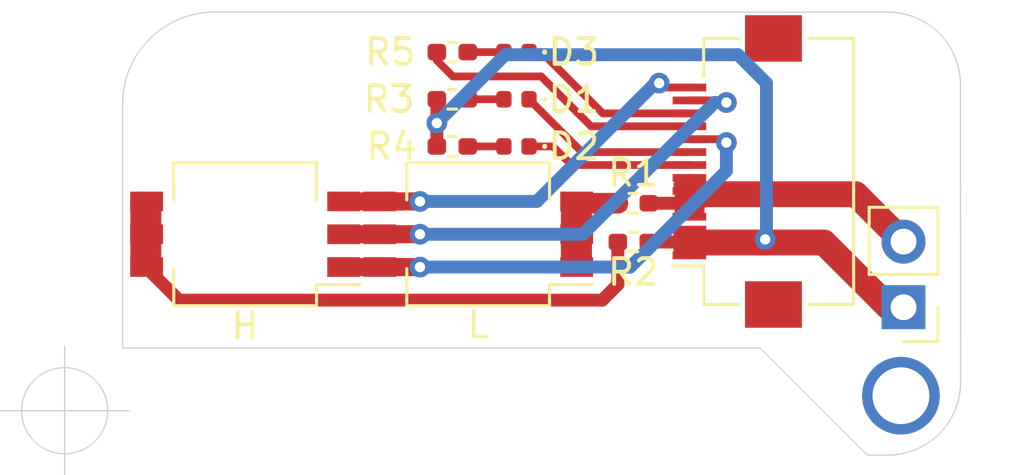
<source format=kicad_pcb>
(kicad_pcb (version 20211014) (generator pcbnew)
  (layers (0 "F.Cu" signal) (31 "B.Cu" signal) (34 "B.Paste" user) (35 "F.Paste" user) (36 "B.SilkS" user "B.Silkscreen") (37 "F.SilkS" user "F.Silkscreen") (38 "B.Mask" user) (39 "F.Mask" user) (44 "Edge.Cuts" user))
  (net 0 "")
  (net 1 "Net-(D1-Pad2)")
  (net 2 "Net-(D2-Pad2)")
  (net 3 "Net-(D3-Pad2)")
  (net 4 "GND")
  (net 5 "BAT+")
  (net 6 "Net-(R2-Pad2)")
  (net 7 "Net-(R1-Pad1)")
  (net 8 "BAT_ISET")
  (net 9 "REG_power")
  (net 10 "REG_EN2")
  (net 11 "REG_EN1")
  (net 12 "REG_CHG")
  (net 13 "BAT_PG")
  (net 14 "BAT_CHG")
  (footprint "Connector_FFC-FPC:Hirose_FH12-14S-0.5SH_1x14-1MP_P0.50mm_Horizontal" (layer "F.Cu") (at 180.08 115.96 90)
    (fp_text reference "J7" hide)
    (fp_text value "Conn_01x14")
    (fp_line (start 5.15 -1.3) (end 5.15 0.04) (layer "F.SilkS") (width 0.12))
    (fp_line (start 5.15 4.5) (end 5.15 2.76) (layer "F.SilkS") (width 0.12))
    (fp_line (start -5.15 2.76) (end -5.15 4.5) (layer "F.SilkS") (width 0.12))
    (fp_line (start 3.66 -1.3) (end 5.15 -1.3) (layer "F.SilkS") (width 0.12))
    (fp_line (start -3.66 -1.3) (end -3.66 -2.5) (layer "F.SilkS") (width 0.12))
    (fp_line (start -3.66 -1.3) (end -5.15 -1.3) (layer "F.SilkS") (width 0.12))
    (fp_line (start -5.15 -1.3) (end -5.15 0.04) (layer "F.SilkS") (width 0.12))
    (fp_line (start -5.15 4.5) (end 5.15 4.5) (layer "F.SilkS") (width 0.12))
    (pad "" smd rect (at 5.15 1.4 90) (size 1.8 2.2) (layers "F.Cu" "F.Paste" "F.Mask"))
    (pad "" smd rect (at -5.15 1.4 90) (size 1.8 2.2) (layers "F.Cu" "F.Paste" "F.Mask"))
    (pad "1" smd rect (at -3.25 -1.85 90) (size 0.3 1.3) (layers "F.Cu" "F.Paste" "F.Mask") (net 5 "BAT+"))
    (pad "2" smd rect (at -2.75 -1.85 90) (size 0.3 1.3) (layers "F.Cu" "F.Paste" "F.Mask") (net 5 "BAT+"))
    (pad "3" smd rect (at -2.25 -1.85 90) (size 0.3 1.3) (layers "F.Cu" "F.Paste" "F.Mask") (net 5 "BAT+"))
    (pad "4" smd rect (at -1.75 -1.85 90) (size 0.3 1.3) (layers "F.Cu" "F.Paste" "F.Mask") (net 4 "GND"))
    (pad "5" smd rect (at -1.25 -1.85 90) (size 0.3 1.3) (layers "F.Cu" "F.Paste" "F.Mask") (net 4 "GND"))
    (pad "6" smd rect (at -0.75 -1.85 90) (size 0.3 1.3) (layers "F.Cu" "F.Paste" "F.Mask") (net 4 "GND"))
    (pad "7" smd rect (at -0.25 -1.85 90) (size 0.3 1.3) (layers "F.Cu" "F.Paste" "F.Mask") (net 4 "GND"))
    (pad "8" smd rect (at 0.25 -1.85 90) (size 0.3 1.3) (layers "F.Cu" "F.Paste" "F.Mask") (net 14 "BAT_CHG"))
    (pad "9" smd rect (at 0.75 -1.85 90) (size 0.3 1.3) (layers "F.Cu" "F.Paste" "F.Mask") (net 13 "BAT_PG"))
    (pad "10" smd rect (at 1.25 -1.85 90) (size 0.3 1.3) (layers "F.Cu" "F.Paste" "F.Mask") (net 8 "BAT_ISET"))
    (pad "11" smd rect (at 1.75 -1.85 90) (size 0.3 1.3) (layers "F.Cu" "F.Paste" "F.Mask") (net 9 "REG_power"))
    (pad "12" smd rect (at 2.25 -1.85 90) (size 0.3 1.3) (layers "F.Cu" "F.Paste" "F.Mask") (net 12 "REG_CHG"))
    (pad "13" smd rect (at 2.75 -1.85 90) (size 0.3 1.3) (layers "F.Cu" "F.Paste" "F.Mask") (net 11 "REG_EN1"))
    (pad "14" smd rect (at 3.25 -1.85 90) (size 0.3 1.3) (layers "F.Cu" "F.Paste" "F.Mask") (net 10 "REG_EN2"))
  )
  (footprint "Button_Switch_SMD:SW_DIP_SPSTx03_Slide_KingTek_DSHP03TS_W7.62mm_P1.27mm" (layer "F.Cu") (at 161.05 118.39 180)
    (fp_text reference "H" (at 0 -3.55) (layer "F.SilkS"))
    (fp_text value "SW_DIP_x03")
    (fp_line (start 2.76 1.33) (end 2.76 2.765) (layer "F.SilkS") (width 0.12))
    (fp_line (start -2.76 1.33) (end -2.76 2.765) (layer "F.SilkS") (width 0.12))
    (fp_line (start -2.76 -2.766) (end 2.76 -2.766) (layer "F.SilkS") (width 0.12))
    (fp_line (start 2.76 -2.766) (end 2.76 -1.331) (layer "F.SilkS") (width 0.12))
    (fp_line (start -2.76 -2.766) (end -2.76 -1.95) (layer "F.SilkS") (width 0.12))
    (fp_line (start -4.446 -1.95) (end -2.76 -1.95) (layer "F.SilkS") (width 0.12))
    (fp_line (start -2.76 2.765) (end 2.76 2.765) (layer "F.SilkS") (width 0.12))
    (pad "1" smd rect locked (at -3.81 -1.27 180) (size 1.27 0.76) (layers "F.Cu" "F.Paste" "F.Mask") (net 8 "BAT_ISET"))
    (pad "2" smd rect locked (at -3.81 0 180) (size 1.27 0.76) (layers "F.Cu" "F.Paste" "F.Mask") (net 11 "REG_EN1"))
    (pad "3" smd rect locked (at -3.81 1.27 180) (size 1.27 0.76) (layers "F.Cu" "F.Paste" "F.Mask") (net 10 "REG_EN2"))
    (pad "4" smd rect locked (at 3.81 1.27 180) (size 1.27 0.76) (layers "F.Cu" "F.Paste" "F.Mask") (net 6 "Net-(R2-Pad2)"))
    (pad "5" smd rect locked (at 3.81 0 180) (size 1.27 0.76) (layers "F.Cu" "F.Paste" "F.Mask") (net 6 "Net-(R2-Pad2)"))
    (pad "6" smd rect locked (at 3.81 -1.27 180) (size 1.27 0.76) (layers "F.Cu" "F.Paste" "F.Mask") (net 6 "Net-(R2-Pad2)"))
  )
  (footprint "Resistor_SMD:R_0402_1005Metric_Pad0.72x0.64mm_HandSolder" (layer "F.Cu") (at 169.06 114.99 180)
    (fp_text reference "R4" (at 2.35 0) (layer "F.SilkS"))
    (fp_text value "R")
    (fp_line (start -0.167621 0.38) (end 0.167621 0.38) (layer "F.SilkS") (width 0.12))
    (fp_line (start -0.167621 -0.38) (end 0.167621 -0.38) (layer "F.SilkS") (width 0.12))
    (pad "1" smd roundrect locked (at -0.5975 0 180) (size 0.715 0.64) (layers "F.Cu" "F.Paste" "F.Mask") (net 2 "Net-(D2-Pad2)"))
    (pad "2" smd roundrect locked (at 0.5975 0 180) (size 0.715 0.64) (layers "F.Cu" "F.Paste" "F.Mask") (net 5 "BAT+"))
  )
  (footprint "Resistor_SMD:R_0402_1005Metric_Pad0.72x0.64mm_HandSolder" (layer "F.Cu") (at 169.06 113.165 180)
    (fp_text reference "R3" (at 2.45 0) (layer "F.SilkS"))
    (fp_text value "R")
    (fp_line (start -0.167621 0.38) (end 0.167621 0.38) (layer "F.SilkS") (width 0.12))
    (fp_line (start -0.167621 -0.38) (end 0.167621 -0.38) (layer "F.SilkS") (width 0.12))
    (pad "1" smd roundrect locked (at -0.5975 0 180) (size 0.715 0.64) (layers "F.Cu" "F.Paste" "F.Mask") (net 1 "Net-(D1-Pad2)"))
    (pad "2" smd roundrect locked (at 0.5975 0 180) (size 0.715 0.64) (layers "F.Cu" "F.Paste" "F.Mask") (net 5 "BAT+"))
  )
  (footprint "LED_SMD:LED_0402_1005Metric" (layer "F.Cu") (at 171.5425 114.99 180)
    (fp_text reference "D2" (at -2.2175 0) (layer "F.SilkS"))
    (fp_text value "LED")
    (fp_circle (center -1.09 0) (end -1.04 0) (layer "F.SilkS") (width 0.1) (fill none))
    (pad "1" smd roundrect locked (at -0.485 0 180) (size 0.59 0.64) (layers "F.Cu" "F.Paste" "F.Mask") (net 14 "BAT_CHG"))
    (pad "2" smd roundrect locked (at 0.485 0 180) (size 0.59 0.64) (layers "F.Cu" "F.Paste" "F.Mask") (net 2 "Net-(D2-Pad2)"))
  )
  (footprint "Resistor_SMD:R_0402_1005Metric_Pad0.72x0.64mm_HandSolder" (layer "F.Cu") (at 176.06 118.69 180)
    (fp_text reference "R2" (at 0 -1.17) (layer "F.SilkS"))
    (fp_text value "1K")
    (fp_line (start -0.167621 0.38) (end 0.167621 0.38) (layer "F.SilkS") (width 0.12))
    (fp_line (start -0.167621 -0.38) (end 0.167621 -0.38) (layer "F.SilkS") (width 0.12))
    (pad "1" smd roundrect locked (at -0.5975 0 180) (size 0.715 0.64) (layers "F.Cu" "F.Paste" "F.Mask") (net 5 "BAT+"))
    (pad "2" smd roundrect locked (at 0.5975 0 180) (size 0.715 0.64) (layers "F.Cu" "F.Paste" "F.Mask") (net 6 "Net-(R2-Pad2)"))
  )
  (footprint "Connector_PinHeader_2.54mm:PinHeader_1x02_P2.54mm_Vertical" (layer "F.Cu") (at 186.51 121.215 180)
    (fp_text reference "J1" (at 0 -3.425) (layer "F.SilkS"))
    (fp_text value "Conn_01x02")
    (fp_line (start -1.33 3.87) (end 1.33 3.87) (layer "F.SilkS") (width 0.12))
    (fp_line (start -1.33 0) (end -1.33 -1.33) (layer "F.SilkS") (width 0.12))
    (fp_line (start -1.33 1.27) (end -1.33 3.87) (layer "F.SilkS") (width 0.12))
    (fp_line (start -1.33 1.27) (end 1.33 1.27) (layer "F.SilkS") (width 0.12))
    (fp_line (start 1.33 1.27) (end 1.33 3.87) (layer "F.SilkS") (width 0.12))
    (fp_line (start -1.33 -1.33) (end 0 -1.33) (layer "F.SilkS") (width 0.12))
    (pad "1" thru_hole rect locked (at 0 0 180) (size 1.7 1.7) (drill 1) (layers *.Cu *.Mask) (net 5 "BAT+"))
    (pad "2" thru_hole oval locked (at 0 2.54 180) (size 1.7 1.7) (drill 1) (layers *.Cu *.Mask) (net 4 "GND"))
  )
  (footprint "Button_Switch_SMD:SW_DIP_SPSTx03_Slide_KingTek_DSHP03TS_W7.62mm_P1.27mm" (layer "F.Cu") (at 170.06 118.39 180)
    (fp_text reference "L" (at 0 -3.5) (layer "F.SilkS"))
    (fp_text value "SW_DIP_x03")
    (fp_line (start -2.76 -2.766) (end 2.76 -2.766) (layer "F.SilkS") (width 0.12))
    (fp_line (start 2.76 1.33) (end 2.76 2.765) (layer "F.SilkS") (width 0.12))
    (fp_line (start -2.76 2.765) (end 2.76 2.765) (layer "F.SilkS") (width 0.12))
    (fp_line (start -2.76 1.33) (end -2.76 2.765) (layer "F.SilkS") (width 0.12))
    (fp_line (start -4.446 -1.95) (end -2.76 -1.95) (layer "F.SilkS") (width 0.12))
    (fp_line (start 2.76 -2.766) (end 2.76 -1.331) (layer "F.SilkS") (width 0.12))
    (fp_line (start -2.76 -2.766) (end -2.76 -1.95) (layer "F.SilkS") (width 0.12))
    (pad "1" smd rect locked (at -3.81 -1.27 180) (size 1.27 0.76) (layers "F.Cu" "F.Paste" "F.Mask") (net 7 "Net-(R1-Pad1)"))
    (pad "2" smd rect locked (at -3.81 0 180) (size 1.27 0.76) (layers "F.Cu" "F.Paste" "F.Mask") (net 7 "Net-(R1-Pad1)"))
    (pad "3" smd rect locked (at -3.81 1.27 180) (size 1.27 0.76) (layers "F.Cu" "F.Paste" "F.Mask") (net 7 "Net-(R1-Pad1)"))
    (pad "4" smd rect locked (at 3.81 1.27 180) (size 1.27 0.76) (layers "F.Cu" "F.Paste" "F.Mask") (net 10 "REG_EN2"))
    (pad "5" smd rect locked (at 3.81 0 180) (size 1.27 0.76) (layers "F.Cu" "F.Paste" "F.Mask") (net 11 "REG_EN1"))
    (pad "6" smd rect locked (at 3.81 -1.27 180) (size 1.27 0.76) (layers "F.Cu" "F.Paste" "F.Mask") (net 8 "BAT_ISET"))
  )
  (footprint "LED_SMD:LED_0402_1005Metric" (layer "F.Cu") (at 171.5425 111.34 180)
    (fp_text reference "D3" (at -2.2175 0) (layer "F.SilkS"))
    (fp_text value "LED")
    (fp_circle (center -1.09 0) (end -1.04 0) (layer "F.SilkS") (width 0.1) (fill none))
    (pad "1" smd roundrect locked (at -0.485 0 180) (size 0.59 0.64) (layers "F.Cu" "F.Paste" "F.Mask") (net 12 "REG_CHG"))
    (pad "2" smd roundrect locked (at 0.485 0 180) (size 0.59 0.64) (layers "F.Cu" "F.Paste" "F.Mask") (net 3 "Net-(D3-Pad2)"))
  )
  (footprint "Resistor_SMD:R_0402_1005Metric_Pad0.72x0.64mm_HandSolder" (layer "F.Cu") (at 176.06 117.19)
    (fp_text reference "R1" (at 0 -1.17) (layer "F.SilkS"))
    (fp_text value "1K")
    (fp_line (start -0.167621 -0.38) (end 0.167621 -0.38) (layer "F.SilkS") (width 0.12))
    (fp_line (start -0.167621 0.38) (end 0.167621 0.38) (layer "F.SilkS") (width 0.12))
    (pad "1" smd roundrect locked (at -0.5975 0) (size 0.715 0.64) (layers "F.Cu" "F.Paste" "F.Mask") (net 7 "Net-(R1-Pad1)"))
    (pad "2" smd roundrect locked (at 0.5975 0) (size 0.715 0.64) (layers "F.Cu" "F.Paste" "F.Mask") (net 4 "GND"))
  )
  (footprint "Resistor_SMD:R_0402_1005Metric_Pad0.72x0.64mm_HandSolder" (layer "F.Cu") (at 169.06 111.34 180)
    (fp_text reference "R5" (at 2.4 0) (layer "F.SilkS"))
    (fp_text value "R")
    (fp_line (start -0.167621 0.38) (end 0.167621 0.38) (layer "F.SilkS") (width 0.12))
    (fp_line (start -0.167621 -0.38) (end 0.167621 -0.38) (layer "F.SilkS") (width 0.12))
    (pad "1" smd roundrect locked (at -0.5975 0 180) (size 0.715 0.64) (layers "F.Cu" "F.Paste" "F.Mask") (net 3 "Net-(D3-Pad2)"))
    (pad "2" smd roundrect locked (at 0.5975 0 180) (size 0.715 0.64) (layers "F.Cu" "F.Paste" "F.Mask") (net 9 "REG_power"))
  )
  (footprint "LED_SMD:LED_0402_1005Metric" (layer "F.Cu") (at 171.5425 113.165 180)
    (fp_text reference "D1" (at -2.2175 0) (layer "F.SilkS"))
    (fp_text value "LED")
    (fp_circle (center -1.09 0) (end -1.04 0) (layer "F.SilkS") (width 0.1) (fill none))
    (pad "1" smd roundrect locked (at -0.485 0 180) (size 0.59 0.64) (layers "F.Cu" "F.Paste" "F.Mask") (net 13 "BAT_PG"))
    (pad "2" smd roundrect locked (at 0.485 0 180) (size 0.59 0.64) (layers "F.Cu" "F.Paste" "F.Mask") (net 1 "Net-(D1-Pad2)"))
  )
  (gr_line (start 188.71 112.570214) (end 188.715327 124.14) (layer "Edge.Cuts") (width 0.05))
  (gr_arc (start 156.31 113.34) (mid 157.38808 110.79704) (end 159.96 109.79) (layer "Edge.Cuts") (width 0.05))
  (gr_arc (start 188.715327 124.14) (mid 187.887752 126.116183) (end 185.91 126.94) (layer "Edge.Cuts") (width 0.05))
  (gr_line (start 159.96 109.79) (end 185.879786 109.79) (layer "Edge.Cuts") (width 0.05))
  (gr_line (start 185.91 126.94) (end 185.11 126.94) (layer "Edge.Cuts") (width 0.05))
  (gr_arc (start 185.879786 109.79) (mid 187.869341 110.595328) (end 188.71 112.570214) (layer "Edge.Cuts") (width 0.05))
  (gr_line (start 156.31 122.79) (end 180.96 122.79) (layer "Edge.Cuts") (width 0.05))
  (gr_line (start 156.31 122.79) (end 156.31 113.34) (layer "Edge.Cuts") (width 0.05))
  (gr_line (start 180.96 122.79) (end 185.11 126.94) (layer "Edge.Cuts") (width 0.05))
  (target plus (at 154.07 125.22) (size 5) (width 0.05) (layer "Edge.Cuts"))
  (via (at 186.41 124.64) (size 3) (drill 2.2) (layers "F.Cu" "B.Cu") (net 0))
  (segment (start 169.6575 113.165) (end 171.0575 113.165) (width 0.3) (layer "F.Cu") (net 1))
  (segment (start 171.0575 114.99) (end 169.6575 114.99) (width 0.3) (layer "F.Cu") (net 2))
  (segment (start 171.0575 111.34) (end 169.6575 111.34) (width 0.3) (layer "F.Cu") (net 3))
  (segment (start 178.23 116.71) (end 178.23 117.71) (width 0.3) (layer "F.Cu") (net 4))
  (segment (start 178.41 116.84) (end 178.41 117.71) (width 0.3) (layer "F.Cu") (net 4))
  (segment (start 178.23 116.21) (end 178.23 116.71) (width 0.3) (layer "F.Cu") (net 4))
  (segment (start 178.21 117.19) (end 178.23 117.21) (width 0.5) (layer "F.Cu") (net 4))
  (segment (start 178.66 116.71) (end 178.66 117.71) (width 0.3) (layer "F.Cu") (net 4))
  (segment (start 178.41 116.84) (end 184.66 116.84) (width 1) (layer "F.Cu") (net 4))
  (segment (start 177.76 116.46) (end 178.26 116.46) (width 0.3) (layer "F.Cu") (net 4))
  (segment (start 184.66 116.84) (end 186.51 118.69) (width 1) (layer "F.Cu") (net 4))
  (segment (start 178.26 116.46) (end 178.76 116.46) (width 0.3) (layer "F.Cu") (net 4))
  (segment (start 178.41 116.71) (end 178.41 116.84) (width 0.3) (layer "F.Cu") (net 4))
  (segment (start 178.06 116.71) (end 178.06 117.71) (width 0.3) (layer "F.Cu") (net 4))
  (segment (start 177.81 116.71) (end 177.81 117.71) (width 0.3) (layer "F.Cu") (net 4))
  (segment (start 176.6575 117.19) (end 178.21 117.19) (width 0.5) (layer "F.Cu") (net 4))
  (segment (start 178.23 118.505) (end 178.23 119.215) (width 0.3) (layer "F.Cu") (net 5))
  (segment (start 176.6575 118.69) (end 178.21 118.69) (width 0.5) (layer "F.Cu") (net 5))
  (segment (start 178.46 118.335) (end 178.46 119.045) (width 0.3) (layer "F.Cu") (net 5))
  (segment (start 178.23 118.71) (end 183.43 118.71) (width 1) (layer "F.Cu") (net 5))
  (segment (start 183.43 118.71) (end 185.91 121.19) (width 1) (layer "F.Cu") (net 5))
  (segment (start 181.04 118.71) (end 181.16 118.59) (width 0.5) (layer "F.Cu") (net 5))
  (segment (start 178.23 118.21) (end 178.23 118.92) (width 0.3) (layer "F.Cu") (net 5))
  (segment (start 178.71 118.335) (end 178.71 119.045) (width 0.3) (layer "F.Cu") (net 5))
  (segment (start 178.01 118.355) (end 178.01 119.065) (width 0.3) (layer "F.Cu") (net 5))
  (segment (start 177.76 118.355) (end 177.76 119.065) (width 0.3) (layer "F.Cu") (net 5))
  (segment (start 185.91 121.19) (end 186.56 121.19) (width 1) (layer "F.Cu") (net 5))
  (segment (start 178.23 118.71) (end 181.04 118.71) (width 0.5) (layer "F.Cu") (net 5))
  (segment (start 168.4625 113.165) (end 168.4625 114.0875) (width 0.5) (layer "F.Cu") (net 5))
  (segment (start 178.21 118.69) (end 178.23 118.71) (width 0.5) (layer "F.Cu") (net 5))
  (segment (start 168.4625 114.0875) (end 168.4625 114.99) (width 0.5) (layer "F.Cu") (net 5))
  (segment (start 178.23 118.92) (end 178.23 119.21) (width 0.3) (layer "F.Cu") (net 5))
  (via (at 181.16 118.59) (size 0.8) (drill 0.4) (layers "F.Cu" "B.Cu") (net 5))
  (via (at 168.4625 114.0875) (size 0.8) (drill 0.4) (layers "F.Cu" "B.Cu") (net 5))
  (segment (start 181.21 112.54) (end 181.21 118.54) (width 0.5) (layer "B.Cu") (net 5))
  (segment (start 168.46 114.09) (end 171.11 111.44) (width 0.5) (layer "B.Cu") (net 5))
  (segment (start 181.21 118.54) (end 181.16 118.59) (width 0.5) (layer "B.Cu") (net 5))
  (segment (start 171.11 111.44) (end 180.11 111.44) (width 0.5) (layer "B.Cu") (net 5))
  (segment (start 180.11 111.44) (end 181.21 112.54) (width 0.5) (layer "B.Cu") (net 5))
  (segment (start 157.56 117.12) (end 157.56 119.66) (width 0.3) (layer "F.Cu") (net 6))
  (segment (start 157.2 117.12) (end 157.2 119.66) (width 0.3) (layer "F.Cu") (net 6))
  (segment (start 158.49 120.94) (end 157.21 119.66) (width 0.5) (layer "F.Cu") (net 6))
  (segment (start 156.76 117.12) (end 156.76 119.66) (width 0.3) (layer "F.Cu") (net 6))
  (segment (start 156.81 117.12) (end 156.81 119.66) (width 0.3) (layer "F.Cu") (net 6))
  (segment (start 157.36 117.12) (end 157.36 119.66) (width 0.3) (layer "F.Cu") (net 6))
  (segment (start 175.4625 118.69) (end 175.4625 120.3375) (width 0.5) (layer "F.Cu") (net 6))
  (segment (start 175.4625 120.3375) (end 174.86 120.94) (width 0.5) (layer "F.Cu") (net 6))
  (segment (start 157.66 117.12) (end 157.66 119.66) (width 0.3) (layer "F.Cu") (net 6))
  (segment (start 174.86 120.94) (end 158.49 120.94) (width 0.5) (layer "F.Cu") (net 6))
  (segment (start 157.01 117.12) (end 157.01 119.66) (width 0.3) (layer "F.Cu") (net 6))
  (segment (start 174.31 117.11802) (end 174.31 119.65802) (width 0.3) (layer "F.Cu") (net 7))
  (segment (start 173.41 117.12) (end 173.41 119.66) (width 0.3) (layer "F.Cu") (net 7))
  (segment (start 173.61 117.12) (end 173.61 119.66) (width 0.3) (layer "F.Cu") (net 7))
  (segment (start 175.4625 117.19) (end 173.94 117.19) (width 0.8) (layer "F.Cu") (net 7))
  (segment (start 173.94 117.19) (end 173.87 117.12) (width 0.3) (layer "F.Cu") (net 7))
  (segment (start 173.87 117.12) (end 173.87 119.66) (width 0.3) (layer "F.Cu") (net 7))
  (segment (start 174.11 117.12) (end 174.11 119.66) (width 0.3) (layer "F.Cu") (net 7))
  (segment (start 164.86 119.66) (end 167.14 119.66) (width 0.7) (layer "F.Cu") (net 8))
  (segment (start 179.53 114.71) (end 179.66 114.84) (width 0.3) (layer "F.Cu") (net 8))
  (segment (start 166.25 119.66) (end 167.81 119.66) (width 0.7) (layer "F.Cu") (net 8))
  (segment (start 178.23 114.71) (end 179.53 114.71) (width 0.3) (layer "F.Cu") (net 8))
  (via (at 179.66 114.84) (size 0.8) (drill 0.4) (layers "F.Cu" "B.Cu") (net 8))
  (via (at 167.81 119.66) (size 0.8) (drill 0.4) (layers "F.Cu" "B.Cu") (net 8))
  (segment (start 175.94 119.66) (end 179.66 115.94) (width 0.5) (layer "B.Cu") (net 8))
  (segment (start 167.81 119.66) (end 175.94 119.66) (width 0.5) (layer "B.Cu") (net 8))
  (segment (start 179.66 115.94) (end 179.66 114.84) (width 0.5) (layer "B.Cu") (net 8))
  (segment (start 172.498495 112.280583) (end 174.427912 114.21) (width 0.3) (layer "F.Cu") (net 9))
  (segment (start 169.083084 112.280583) (end 172.498495 112.280583) (width 0.3) (layer "F.Cu") (net 9))
  (segment (start 168.4625 111.659999) (end 169.083084 112.280583) (width 0.3) (layer "F.Cu") (net 9))
  (segment (start 168.4625 111.34) (end 168.4625 111.659999) (width 0.3) (layer "F.Cu") (net 9))
  (segment (start 174.427912 114.21) (end 178.23 114.21) (width 0.3) (layer "F.Cu") (net 9))
  (segment (start 178.23 112.71) (end 177.23 112.71) (width 0.3) (layer "F.Cu") (net 10))
  (segment (start 177.23 112.71) (end 177.06 112.54) (width 0.3) (layer "F.Cu") (net 10))
  (segment (start 166.25 117.12) (end 167.81 117.12) (width 0.7) (layer "F.Cu") (net 10))
  (segment (start 164.86 117.12) (end 167.14 117.12) (width 0.7) (layer "F.Cu") (net 10))
  (via (at 177.06 112.54) (size 0.8) (drill 0.4) (layers "F.Cu" "B.Cu") (net 10))
  (via (at 167.81 117.12) (size 0.8) (drill 0.4) (layers "F.Cu" "B.Cu") (net 10))
  (segment (start 172.33 117.12) (end 176.91 112.54) (width 0.5) (layer "B.Cu") (net 10))
  (segment (start 167.81 117.12) (end 172.33 117.12) (width 0.5) (layer "B.Cu") (net 10))
  (segment (start 176.91 112.54) (end 177.06 112.54) (width 0.5) (layer "B.Cu") (net 10))
  (segment (start 166.25 118.39) (end 167.81 118.39) (width 0.7) (layer "F.Cu") (net 11))
  (segment (start 167.14 118.39) (end 164.86 118.39) (width 0.7) (layer "F.Cu") (net 11))
  (segment (start 179.58 113.21) (end 179.66 113.29) (width 0.3) (layer "F.Cu") (net 11))
  (segment (start 178.23 113.21) (end 179.58 113.21) (width 0.3) (layer "F.Cu") (net 11))
  (via (at 179.66 113.29) (size 0.8) (drill 0.4) (layers "F.Cu" "B.Cu") (net 11))
  (via (at 167.81 118.39) (size 0.8) (drill 0.4) (layers "F.Cu" "B.Cu") (net 11))
  (segment (start 179.21 113.29) (end 179.66 113.29) (width 0.5) (layer "B.Cu") (net 11))
  (segment (start 167.81 118.39) (end 174.11 118.39) (width 0.5) (layer "B.Cu") (net 11))
  (segment (start 174.11 118.39) (end 179.21 113.29) (width 0.5) (layer "B.Cu") (net 11))
  (segment (start 174.88 113.71) (end 172.51 111.34) (width 0.3) (layer "F.Cu") (net 12))
  (segment (start 172.51 111.34) (end 172.0275 111.34) (width 0.3) (layer "F.Cu") (net 12))
  (segment (start 178.23 113.71) (end 174.88 113.71) (width 0.3) (layer "F.Cu") (net 12))
  (segment (start 178.23 115.21) (end 174.0725 115.21) (width 0.3) (layer "F.Cu") (net 13))
  (segment (start 174.0725 115.21) (end 172.0275 113.165) (width 0.3) (layer "F.Cu") (net 13))
  (segment (start 173.67307 115.71) (end 172.95307 114.99) (width 0.3) (layer "F.Cu") (net 14))
  (segment (start 178.23 115.71) (end 173.67307 115.71) (width 0.3) (layer "F.Cu") (net 14))
  (segment (start 172.95307 114.99) (end 172.0275 114.99) (width 0.3) (layer "F.Cu") (net 14))
)
</source>
